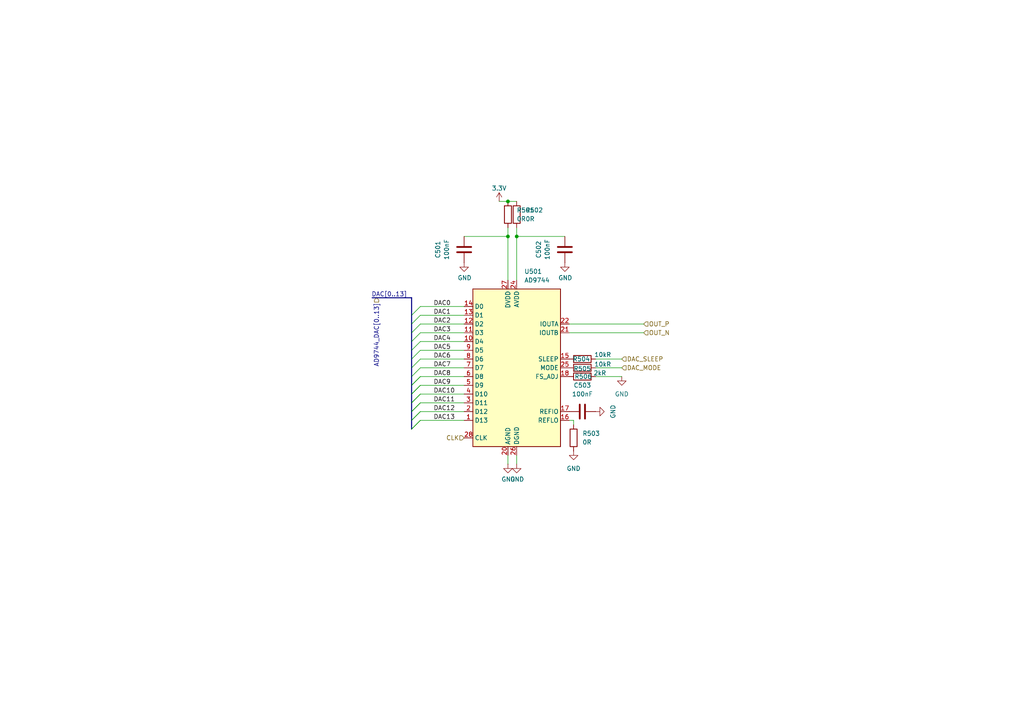
<source format=kicad_sch>
(kicad_sch (version 20250114) (generator "eeschema") (generator_version "9.0")
  (paper "A4")
  (lib_symbols
    (symbol "Analog_DAC:AD9744"
      (property "Reference" "U" (at -10.16 -24.13 0))
      (property "Value" "AD9744" (at 7.62 24.13 0))
      (symbol "AD9744_0_1"
        (rectangle (start 12.7 22.86) (end -12.7 -22.86) (stroke (width 0.254)) (fill (type background)))
      )
      (symbol "AD9744_1_1"
        (pin input line (at -15.24 17.78 0) (length 2.54) (name "D0") (number "14"))
        (pin input line (at -15.24 15.24 0) (length 2.54) (name "D1") (number "13"))
        (pin input line (at -15.24 12.7 0) (length 2.54) (name "D2") (number "12"))
        (pin input line (at -15.24 10.16 0) (length 2.54) (name "D3") (number "11"))
        (pin input line (at -15.24 7.62 0) (length 2.54) (name "D4") (number "10"))
        (pin input line (at -15.24 5.08 0) (length 2.54) (name "D5") (number "9"))
        (pin input line (at -15.24 2.54 0) (length 2.54) (name "D6") (number "8"))
        (pin input line (at -15.24 0 0) (length 2.54) (name "D7") (number "7"))
        (pin input line (at -15.24 -2.54 0) (length 2.54) (name "D8") (number "6"))
        (pin input line (at -15.24 -5.08 0) (length 2.54) (name "D9") (number "5"))
        (pin input line (at -15.24 -7.62 0) (length 2.54) (name "D10") (number "4"))
        (pin input line (at -15.24 -10.16 0) (length 2.54) (name "D11") (number "3"))
        (pin input line (at -15.24 -12.7 0) (length 2.54) (name "D12") (number "2"))
        (pin input line (at -15.24 -15.24 0) (length 2.54) (name "D13") (number "1"))
        (pin input line (at -15.24 -20.32 0) (length 2.54) (name "CLK") (number "28"))
        (pin power_in line (at -2.54 25.4 270) (length 2.54) (name "DVDD") (number "27"))
        (pin power_in line (at -2.54 -25.4 90) (length 2.54) (name "AGND") (number "20"))
        (pin power_in line (at 0 25.4 270) (length 2.54) (name "AVDD") (number "24"))
        (pin power_in line (at 0 -25.4 90) (length 2.54) (name "DGND") (number "26"))
        (pin output line (at 15.24 12.7 180) (length 2.54) (name "IOUTA") (number "22"))
        (pin output line (at 15.24 10.16 180) (length 2.54) (name "IOUTB") (number "21"))
        (pin input line (at 15.24 2.54 180) (length 2.54) (name "SLEEP") (number "15"))
        (pin input line (at 15.24 0 180) (length 2.54) (name "MODE") (number "25"))
        (pin input line (at 15.24 -2.54 180) (length 2.54) (name "FS_ADJ") (number "18"))
        (pin input line (at 15.24 -12.7 180) (length 2.54) (name "REFIO") (number "17"))
        (pin input line (at 15.24 -15.24 180) (length 2.54) (name "REFLO") (number "16"))
      )
    )
    (symbol "Device:C" (pin_numbers (hide yes)) (pin_names (offset 0.254))
      (property "Reference" "C" (at 0.635 2.54 0))
      (property "Value" "C" (at 0.635 -2.54 0))
      (symbol "C_0_1"
        (polyline (pts (xy -2.032 0.762) (xy 2.032 0.762)) (stroke (width 0.508)))
        (polyline (pts (xy -2.032 -0.762) (xy 2.032 -0.762)) (stroke (width 0.508)))
      )
      (symbol "C_1_1"
        (pin passive line (at 0 3.81 270) (length 2.794) (name "~") (number "1"))
        (pin passive line (at 0 -3.81 90) (length 2.794) (name "~") (number "2"))
      )
    )
    (symbol "Device:R" (pin_numbers (hide yes)) (pin_names (offset 0))
      (property "Reference" "R" (at 2.032 0 90))
      (property "Value" "R" (at 0 0 90))
      (symbol "R_0_1"
        (rectangle (start -1.016 -2.54) (end 1.016 2.54) (stroke (width 0.254)))
      )
      (symbol "R_1_1"
        (pin passive line (at 0 3.81 270) (length 1.27) (name "~") (number "1"))
        (pin passive line (at 0 -3.81 90) (length 1.27) (name "~") (number "2"))
      )
    )
    (symbol "power:+3V3" (power) (pin_names (offset 0))
      (property "Value" "+3V3" (at 0 3.556 0))
      (symbol "+3V3_0_1"
        (polyline (pts (xy -0.762 1.27) (xy 0 2.54)))
        (polyline (pts (xy 0 2.54) (xy 0.762 1.27)))
        (polyline (pts (xy 0 0) (xy 0 2.54)))
      )
      (symbol "+3V3_1_1"
        (pin power_in line (at 0 0 90) (length 0) (hide yes) (name "+3V3") (number "1"))
      )
    )
    (symbol "power:GND" (power) (pin_numbers (hide yes)) (pin_names (offset 0) (hide yes))
      (property "Value" "GND" (at 0 -3.81 0))
      (symbol "GND_0_1"
        (polyline (pts (xy 0 0) (xy 0 -1.27) (xy 1.27 -1.27) (xy 0 -2.54) (xy -1.27 -1.27) (xy 0 -1.27)))
      )
      (symbol "GND_1_1"
        (pin power_in line (at 0 0 270) (length 0) (name "~") (number "1"))
      )
    )
  )
  (junction (at 147.32 68.58))
  (junction (at 147.32 58.42))
  (junction (at 149.86 68.58))
  (bus_entry (at 121.92 109.22) (size -2.54 2.54))
  (bus_entry (at 121.92 121.92) (size -2.54 2.54))
  (bus_entry (at 121.92 114.3) (size -2.54 2.54))
  (bus_entry (at 121.92 88.9) (size -2.54 2.54))
  (bus_entry (at 121.92 114.3) (size -2.54 2.54))
  (bus_entry (at 121.92 106.68) (size -2.54 2.54))
  (bus_entry (at 121.92 119.38) (size -2.54 2.54))
  (bus_entry (at 121.92 116.84) (size -2.54 2.54))
  (bus_entry (at 121.92 119.38) (size -2.54 2.54))
  (bus_entry (at 121.92 111.76) (size -2.54 2.54))
  (bus_entry (at 121.92 104.14) (size -2.54 2.54))
  (bus_entry (at 121.92 111.76) (size -2.54 2.54))
  (bus_entry (at 121.92 101.6) (size -2.54 2.54))
  (bus_entry (at 121.92 99.06) (size -2.54 2.54))
  (bus_entry (at 121.92 121.92) (size -2.54 2.54))
  (bus_entry (at 121.92 116.84) (size -2.54 2.54))
  (bus_entry (at 121.92 96.52) (size -2.54 2.54))
  (bus_entry (at 121.92 91.44) (size -2.54 2.54))
  (bus_entry (at 121.92 109.22) (size -2.54 2.54))
  (bus_entry (at 121.92 93.98) (size -2.54 2.54))
  (wire (pts (xy 180.34 104.14) (xy 172.72 104.14)))
  (wire (pts (xy 134.62 114.3) (xy 121.92 114.3)))
  (wire (pts (xy 147.32 68.58) (xy 147.32 81.28)))
  (wire (pts (xy 165.1 96.52) (xy 186.69 96.52)))
  (wire (pts (xy 134.62 121.92) (xy 121.92 121.92)))
  (bus (pts (xy 119.38 116.84) (xy 119.38 119.38)))
  (bus (pts (xy 119.38 114.3) (xy 119.38 116.84)))
  (wire (pts (xy 147.32 58.42) (xy 149.86 58.42)))
  (wire (pts (xy 180.34 106.68) (xy 172.72 106.68)))
  (wire (pts (xy 134.62 111.76) (xy 121.92 111.76)))
  (wire (pts (xy 134.62 96.52) (xy 121.92 96.52)))
  (wire (pts (xy 134.62 106.68) (xy 121.92 106.68)))
  (bus (pts (xy 119.38 119.38) (xy 119.38 121.92)))
  (wire (pts (xy 134.62 119.38) (xy 121.92 119.38)))
  (bus (pts (xy 119.38 106.68) (xy 119.38 109.22)))
  (bus (pts (xy 119.38 104.14) (xy 119.38 106.68)))
  (wire (pts (xy 147.32 132.08) (xy 147.32 134.62)))
  (wire (pts (xy 186.69 93.98) (xy 165.1 93.98)))
  (bus (pts (xy 119.38 101.6) (xy 119.38 104.14)))
  (wire (pts (xy 180.34 109.22) (xy 172.72 109.22)))
  (bus (pts (xy 119.38 96.52) (xy 119.38 99.06)))
  (wire (pts (xy 134.62 116.84) (xy 121.92 116.84)))
  (wire (pts (xy 134.62 104.14) (xy 121.92 104.14)))
  (wire (pts (xy 166.37 121.92) (xy 165.1 121.92)))
  (bus (pts (xy 107.95 86.36) (xy 119.38 86.36)))
  (wire (pts (xy 134.62 88.9) (xy 121.92 88.9)))
  (bus (pts (xy 119.38 99.06) (xy 119.38 101.6)))
  (wire (pts (xy 134.62 109.22) (xy 121.92 109.22)))
  (wire (pts (xy 149.86 68.58) (xy 163.83 68.58)))
  (bus (pts (xy 119.38 93.98) (xy 119.38 96.52)))
  (wire (pts (xy 166.37 123.19) (xy 166.37 121.92)))
  (bus (pts (xy 119.38 109.22) (xy 119.38 111.76)))
  (wire (pts (xy 134.62 91.44) (xy 121.92 91.44)))
  (bus (pts (xy 119.38 111.76) (xy 119.38 114.3)))
  (wire (pts (xy 134.62 99.06) (xy 121.92 99.06)))
  (wire (pts (xy 144.78 58.42) (xy 147.32 58.42)))
  (wire (pts (xy 134.62 93.98) (xy 121.92 93.98)))
  (wire (pts (xy 149.86 68.58) (xy 149.86 81.28)))
  (bus (pts (xy 119.38 91.44) (xy 119.38 93.98)))
  (wire (pts (xy 134.62 68.58) (xy 147.32 68.58)))
  (wire (pts (xy 149.86 132.08) (xy 149.86 134.62)))
  (wire (pts (xy 147.32 66.04) (xy 147.32 68.58)))
  (bus (pts (xy 119.38 86.36) (xy 119.38 91.44)))
  (wire (pts (xy 149.86 66.04) (xy 149.86 68.58)))
  (bus (pts (xy 119.38 121.92) (xy 119.38 124.46)))
  (wire (pts (xy 134.62 101.6) (xy 121.92 101.6)))
  (label "DAC[0..13]" (at 118.11 86.36 180))
  (label "DAC5" (at 125.73 101.6 0))
  (label "DAC2" (at 125.73 93.98 0))
  (label "DAC1" (at 125.73 91.44 0))
  (label "DAC3" (at 125.73 96.52 0))
  (label "DAC0" (at 125.73 88.9 0))
  (label "DAC12" (at 125.73 119.38 0))
  (label "DAC6" (at 125.73 104.14 0))
  (label "DAC13" (at 125.73 121.92 0))
  (label "DAC7" (at 125.73 106.68 0))
  (label "DAC10" (at 125.73 114.3 0))
  (label "DAC4" (at 125.73 99.06 0))
  (label "DAC11" (at 125.73 116.84 0))
  (label "DAC9" (at 125.73 111.76 0))
  (label "DAC8" (at 125.73 109.22 0))
  (hierarchical_label "DAC_MODE" (shape input) (at 180.34 106.68 0))
  (hierarchical_label "OUT_P" (shape input) (at 186.69 93.98 0))
  (hierarchical_label "DAC_SLEEP" (shape input) (at 180.34 104.14 0))
  (hierarchical_label "AD9744_DAC[0..13]" (shape input) (at 109.22 86.36 270))
  (hierarchical_label "OUT_N" (shape input) (at 186.69 96.52 0))
  (hierarchical_label "CLK" (shape input) (at 134.62 127 180))
  (symbol (lib_id "Device:R") (at 168.91 104.14 90) (unit 1)
    (property "Reference" "R504" (at 171.196 104.14 90) (effects (justify left)))
    (property "Value" "10kR" (at 177.292 102.87 90) (effects (justify left)))
    (property "Footprint" "Resistor_SMD:R_0603_1608Metric" (effects (hide yes)))
    (property "Description" "Resistor" (effects (hide yes)))
    (property "LCSC" "C22787" (effects (hide yes)))
  )
  (symbol (lib_id "Device:C") (at 134.62 72.39 180) (unit 1)
    (property "Reference" "C501" (at 127 72.39 90))
    (property "Value" "100nF" (at 129.54 72.39 90))
    (property "Footprint" "Resistor_SMD:R_0603_1608Metric" (effects (hide yes)))
    (property "Description" "Unpolarized capacitor" (effects (hide yes)))
    (property "LCSC" "C1634" (effects (hide yes)))
  )
  (symbol (lib_id "power:GND") (at 166.37 130.81 0) (mirror y) (unit 1)
    (property "Reference" "#PWR0506" (effects (hide yes)))
    (property "Value" "GND" (at 166.37 135.89 0))
  )
  (symbol (lib_id "power:GND") (at 149.86 134.62 0) (unit 1)
    (property "Reference" "#PWR0504" (effects (hide yes)))
    (property "Value" "GND" (at 149.987 139.0142 0))
  )
  (symbol (lib_id "Device:C") (at 168.91 119.38 270) (unit 1)
    (property "Reference" "C503" (at 168.91 111.76 90))
    (property "Value" "100nF" (at 168.91 114.3 90))
    (property "Footprint" "Resistor_SMD:R_0603_1608Metric" (effects (hide yes)))
    (property "Description" "Unpolarized capacitor" (effects (hide yes)))
    (property "LCSC" "C1634" (effects (hide yes)))
  )
  (symbol (lib_id "Device:R") (at 147.32 62.23 0) (unit 1)
    (property "Reference" "R501" (at 149.86 60.9599 0) (effects (justify left)))
    (property "Value" "0R" (at 149.86 63.4999 0) (effects (justify left)))
    (property "Footprint" "Resistor_SMD:R_0603_1608Metric" (effects (hide yes)))
    (property "Description" "Resistor" (effects (hide yes)))
  )
  (symbol (lib_id "Device:R") (at 166.37 127 0) (unit 1)
    (property "Reference" "R503" (at 168.91 125.7299 0) (effects (justify left)))
    (property "Value" "0R" (at 168.91 128.2699 0) (effects (justify left)))
    (property "Footprint" "Resistor_SMD:R_0603_1608Metric" (effects (hide yes)))
    (property "Description" "Resistor" (effects (hide yes)))
    (property "LCSC" "C22787" (effects (hide yes)))
  )
  (symbol (lib_id "power:GND") (at 147.32 134.62 0) (unit 1)
    (property "Reference" "#PWR0503" (effects (hide yes)))
    (property "Value" "GND" (at 147.447 139.0142 0))
  )
  (symbol (lib_id "Device:R") (at 168.91 106.68 90) (unit 1)
    (property "Reference" "R505" (at 171.45 106.934 90) (effects (justify left)))
    (property "Value" "10kR" (at 177.292 105.664 90) (effects (justify left)))
    (property "Footprint" "Resistor_SMD:R_0603_1608Metric" (effects (hide yes)))
    (property "Description" "Resistor" (effects (hide yes)))
    (property "LCSC" "C22787" (effects (hide yes)))
  )
  (symbol (lib_id "Device:R") (at 168.91 109.22 90) (unit 1)
    (property "Reference" "R506" (at 169.164 109.22 90))
    (property "Value" "2kR" (at 173.99 108.204 90))
    (property "Footprint" "Resistor_SMD:R_0603_1608Metric" (effects (hide yes)))
    (property "Description" "Resistor" (effects (hide yes)))
    (property "LCSC" "C22787" (effects (hide yes)))
  )
  (symbol (lib_id "power:GND") (at 163.83 76.2 0) (unit 1)
    (property "Reference" "#PWR0505" (effects (hide yes)))
    (property "Value" "GND" (at 163.957 80.5942 0))
  )
  (symbol (lib_id "Device:C") (at 163.83 72.39 180) (unit 1)
    (property "Reference" "C502" (at 156.21 72.39 90))
    (property "Value" "100nF" (at 158.75 72.39 90))
    (property "Footprint" "Resistor_SMD:R_0603_1608Metric" (effects (hide yes)))
    (property "Description" "Unpolarized capacitor" (effects (hide yes)))
    (property "LCSC" "C1634" (effects (hide yes)))
  )
  (symbol (lib_id "power:GND") (at 134.62 76.2 0) (unit 1)
    (property "Reference" "#PWR0501" (effects (hide yes)))
    (property "Value" "GND" (at 134.747 80.5942 0))
  )
  (symbol (lib_id "power:+3V3") (at 144.78 58.42 0) (mirror y) (unit 1)
    (property "Reference" "#PWR0502" (effects (hide yes)))
    (property "Value" "3.3V" (at 144.78 54.61 0))
  )
  (symbol (lib_id "Analog_DAC:AD9744") (at 149.86 106.68 0) (unit 1)
    (property "Reference" "U501" (at 152.0541 78.74 0) (effects (justify left)))
    (property "Value" "AD9744" (at 152.0541 81.28 0) (effects (justify left)))
    (property "Footprint" "Package_SO:TSSOP-28_4.4x9.7mm_P0.65mm" (effects (hide yes)))
    (property "Datasheet" "https://www.analog.com/media/en/technical-documentation/data-sheets/AD9744.pdf" (effects (hide yes)))
    (property "Description" "210MSPS 14bit DAC, TSSOP-28" (effects (hide yes)))
  )
  (symbol (lib_id "power:GND") (at 172.72 119.38 90) (mirror x) (unit 1)
    (property "Reference" "#PWR0507" (effects (hide yes)))
    (property "Value" "GND" (at 177.8 119.38 0))
  )
  (symbol (lib_id "power:GND") (at 180.34 109.22 0) (mirror y) (unit 1)
    (property "Reference" "#PWR0508" (effects (hide yes)))
    (property "Value" "GND" (at 180.34 114.3 0))
  )
  (symbol (lib_id "Device:R") (at 149.86 62.23 0) (unit 1)
    (property "Reference" "R502" (at 152.4 60.9599 0) (effects (justify left)))
    (property "Value" "0R" (at 152.4 63.4999 0) (effects (justify left)))
    (property "Footprint" "Resistor_SMD:R_0603_1608Metric" (effects (hide yes)))
    (property "Description" "Resistor" (effects (hide yes)))
  )
)
</source>
